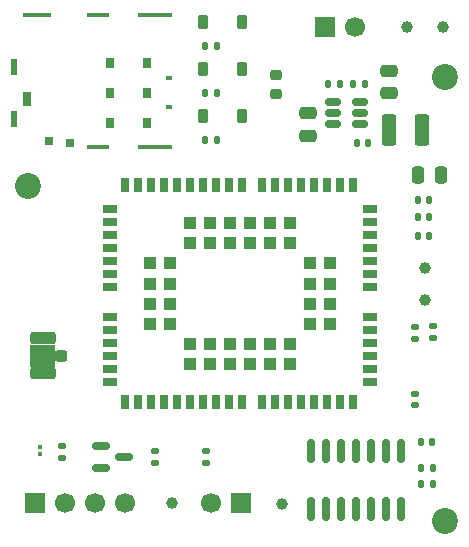
<source format=gbr>
%TF.GenerationSoftware,KiCad,Pcbnew,9.0.6*%
%TF.CreationDate,2025-12-31T00:22:08+05:30*%
%TF.ProjectId,c16qs-carrier-board,63313671-732d-4636-9172-726965722d62,rev?*%
%TF.SameCoordinates,Original*%
%TF.FileFunction,Soldermask,Top*%
%TF.FilePolarity,Negative*%
%FSLAX46Y46*%
G04 Gerber Fmt 4.6, Leading zero omitted, Abs format (unit mm)*
G04 Created by KiCad (PCBNEW 9.0.6) date 2025-12-31 00:22:08*
%MOMM*%
%LPD*%
G01*
G04 APERTURE LIST*
G04 Aperture macros list*
%AMRoundRect*
0 Rectangle with rounded corners*
0 $1 Rounding radius*
0 $2 $3 $4 $5 $6 $7 $8 $9 X,Y pos of 4 corners*
0 Add a 4 corners polygon primitive as box body*
4,1,4,$2,$3,$4,$5,$6,$7,$8,$9,$2,$3,0*
0 Add four circle primitives for the rounded corners*
1,1,$1+$1,$2,$3*
1,1,$1+$1,$4,$5*
1,1,$1+$1,$6,$7*
1,1,$1+$1,$8,$9*
0 Add four rect primitives between the rounded corners*
20,1,$1+$1,$2,$3,$4,$5,0*
20,1,$1+$1,$4,$5,$6,$7,0*
20,1,$1+$1,$6,$7,$8,$9,0*
20,1,$1+$1,$8,$9,$2,$3,0*%
G04 Aperture macros list end*
%ADD10C,2.200000*%
%ADD11RoundRect,0.135000X-0.185000X0.135000X-0.185000X-0.135000X0.185000X-0.135000X0.185000X0.135000X0*%
%ADD12RoundRect,0.225000X-0.250000X0.225000X-0.250000X-0.225000X0.250000X-0.225000X0.250000X0.225000X0*%
%ADD13RoundRect,0.140000X-0.140000X-0.170000X0.140000X-0.170000X0.140000X0.170000X-0.140000X0.170000X0*%
%ADD14R,1.700000X1.700000*%
%ADD15C,1.700000*%
%ADD16RoundRect,0.250000X0.475000X-0.250000X0.475000X0.250000X-0.475000X0.250000X-0.475000X-0.250000X0*%
%ADD17RoundRect,0.135000X0.135000X0.185000X-0.135000X0.185000X-0.135000X-0.185000X0.135000X-0.185000X0*%
%ADD18RoundRect,0.150000X0.512500X0.150000X-0.512500X0.150000X-0.512500X-0.150000X0.512500X-0.150000X0*%
%ADD19RoundRect,0.135000X-0.135000X-0.185000X0.135000X-0.185000X0.135000X0.185000X-0.135000X0.185000X0*%
%ADD20RoundRect,0.250000X-0.375000X-1.075000X0.375000X-1.075000X0.375000X1.075000X-0.375000X1.075000X0*%
%ADD21RoundRect,0.150000X-0.587500X-0.150000X0.587500X-0.150000X0.587500X0.150000X-0.587500X0.150000X0*%
%ADD22RoundRect,0.250000X0.275000X0.250000X-0.275000X0.250000X-0.275000X-0.250000X0.275000X-0.250000X0*%
%ADD23RoundRect,0.250000X0.850000X0.275000X-0.850000X0.275000X-0.850000X-0.275000X0.850000X-0.275000X0*%
%ADD24RoundRect,0.225000X-0.225000X-0.375000X0.225000X-0.375000X0.225000X0.375000X-0.225000X0.375000X0*%
%ADD25C,1.000000*%
%ADD26RoundRect,0.150000X-0.150000X0.825000X-0.150000X-0.825000X0.150000X-0.825000X0.150000X0.825000X0*%
%ADD27RoundRect,0.140000X-0.170000X0.140000X-0.170000X-0.140000X0.170000X-0.140000X0.170000X0.140000X0*%
%ADD28RoundRect,0.100000X-0.100000X0.100000X-0.100000X-0.100000X0.100000X-0.100000X0.100000X0.100000X0*%
%ADD29R,0.700000X0.900000*%
%ADD30R,0.700000X0.700000*%
%ADD31R,0.650000X1.200000*%
%ADD32R,2.900000X0.450000*%
%ADD33R,1.900000X0.450000*%
%ADD34R,2.400000X0.450000*%
%ADD35R,0.500000X1.400000*%
%ADD36R,0.600000X0.300000*%
%ADD37R,0.700000X0.750000*%
%ADD38RoundRect,0.135000X0.185000X-0.135000X0.185000X0.135000X-0.185000X0.135000X-0.185000X-0.135000X0*%
%ADD39R,0.700000X1.150000*%
%ADD40R,1.150000X0.700000*%
%ADD41R,1.000000X1.000000*%
%ADD42RoundRect,0.250000X-0.250000X-0.475000X0.250000X-0.475000X0.250000X0.475000X-0.250000X0.475000X0*%
G04 APERTURE END LIST*
%TO.C,J_RF1*%
G36*
X114745000Y-84190000D02*
G01*
X112655000Y-84190000D01*
X112655000Y-82310000D01*
X114745000Y-82310000D01*
X114745000Y-84190000D01*
G37*
%TD*%
D10*
%TO.C,REF\u002A\u002A*%
X112500000Y-68850000D03*
%TD*%
D11*
%TO.C,R11*%
X123250000Y-91340000D03*
X123250000Y-92360000D03*
%TD*%
D12*
%TO.C,C10*%
X133500000Y-59525000D03*
X133500000Y-61075000D03*
%TD*%
D11*
%TO.C,R10*%
X115350000Y-90940000D03*
X115350000Y-91960000D03*
%TD*%
D13*
%TO.C,C6*%
X140320000Y-65250000D03*
X141280000Y-65250000D03*
%TD*%
D11*
%TO.C,R2*%
X146800000Y-80740000D03*
X146800000Y-81760000D03*
%TD*%
D13*
%TO.C,C9*%
X145770000Y-90550000D03*
X146730000Y-90550000D03*
%TD*%
D14*
%TO.C,J1*%
X137625000Y-55400000D03*
D15*
X140165000Y-55400000D03*
%TD*%
D14*
%TO.C,J2*%
X130550000Y-95700000D03*
D15*
X128010000Y-95700000D03*
%TD*%
D16*
%TO.C,C7*%
X143050000Y-61050000D03*
X143050000Y-59150000D03*
%TD*%
D17*
%TO.C,R4*%
X138910000Y-60250000D03*
X137890000Y-60250000D03*
%TD*%
D10*
%TO.C,REF\u002A\u002A*%
X147800000Y-97250000D03*
%TD*%
D13*
%TO.C,C4*%
X145520000Y-73100000D03*
X146480000Y-73100000D03*
%TD*%
D18*
%TO.C,U3*%
X140587500Y-63650000D03*
X140587500Y-62700000D03*
X140587500Y-61750000D03*
X138312500Y-61750000D03*
X138312500Y-62700000D03*
X138312500Y-63650000D03*
%TD*%
D19*
%TO.C,R5*%
X145740000Y-94150000D03*
X146760000Y-94150000D03*
%TD*%
D11*
%TO.C,R1*%
X145250000Y-80790000D03*
X145250000Y-81810000D03*
%TD*%
D20*
%TO.C,L1*%
X143050000Y-64150000D03*
X145850000Y-64150000D03*
%TD*%
D21*
%TO.C,Q1*%
X118712500Y-90900000D03*
X118712500Y-92800000D03*
X120587500Y-91850000D03*
%TD*%
D19*
%TO.C,R9*%
X127490000Y-65000000D03*
X128510000Y-65000000D03*
%TD*%
%TO.C,R7*%
X127490000Y-57000000D03*
X128510000Y-57000000D03*
%TD*%
D16*
%TO.C,C5*%
X136200000Y-64650000D03*
X136200000Y-62750000D03*
%TD*%
D13*
%TO.C,C2*%
X145520000Y-70050000D03*
X146480000Y-70050000D03*
%TD*%
D22*
%TO.C,J_RF1*%
X115280000Y-83250000D03*
D23*
X113755000Y-84725000D03*
X113755000Y-81775000D03*
%TD*%
D24*
%TO.C,D3*%
X127350000Y-63000000D03*
X130650000Y-63000000D03*
%TD*%
D25*
%TO.C,TP2*%
X134000000Y-95800000D03*
%TD*%
D26*
%TO.C,U_UART_LS1*%
X144090000Y-91300000D03*
X142820000Y-91300000D03*
X141550000Y-91300000D03*
X140280000Y-91300000D03*
X139010000Y-91300000D03*
X137740000Y-91300000D03*
X136470000Y-91300000D03*
X136470000Y-96250000D03*
X137740000Y-96250000D03*
X139010000Y-96250000D03*
X140280000Y-96250000D03*
X141550000Y-96250000D03*
X142820000Y-96250000D03*
X144090000Y-96250000D03*
%TD*%
D10*
%TO.C,REF\u002A\u002A*%
X147800000Y-59700000D03*
%TD*%
D19*
%TO.C,R6*%
X145740000Y-92750000D03*
X146760000Y-92750000D03*
%TD*%
D27*
%TO.C,C8*%
X145250000Y-86470000D03*
X145250000Y-87430000D03*
%TD*%
D17*
%TO.C,R3*%
X141060000Y-60250000D03*
X140040000Y-60250000D03*
%TD*%
D13*
%TO.C,C3*%
X145520000Y-71550000D03*
X146480000Y-71550000D03*
%TD*%
D25*
%TO.C,TP4*%
X147650000Y-55450000D03*
%TD*%
D19*
%TO.C,R8*%
X127490000Y-61000000D03*
X128510000Y-61000000D03*
%TD*%
D28*
%TO.C,D2*%
X113500000Y-90980000D03*
X113500000Y-91620000D03*
%TD*%
D24*
%TO.C,D1*%
X127350000Y-55000000D03*
X130650000Y-55000000D03*
%TD*%
D25*
%TO.C,TP6*%
X146150000Y-75800000D03*
%TD*%
D29*
%TO.C,J_SIM1*%
X122575000Y-58440000D03*
X122575000Y-60980000D03*
X122575000Y-63520000D03*
X119405000Y-58440000D03*
X119405000Y-60980000D03*
X119405000Y-63520000D03*
D30*
X116075000Y-65250000D03*
D31*
X112400000Y-61530000D03*
D32*
X123275000Y-54425000D03*
D33*
X118425000Y-54425000D03*
D34*
X113275000Y-54425000D03*
D35*
X111325000Y-58780000D03*
D36*
X124425000Y-59760000D03*
X124425000Y-62200000D03*
D35*
X111325000Y-63200000D03*
D37*
X114275000Y-65075000D03*
D32*
X123275000Y-65575000D03*
D33*
X118425000Y-65575000D03*
%TD*%
D38*
%TO.C,R12*%
X127550000Y-92360000D03*
X127550000Y-91340000D03*
%TD*%
D24*
%TO.C,D4*%
X127350000Y-59000000D03*
X130650000Y-59000000D03*
%TD*%
D25*
%TO.C,TP5*%
X146100000Y-78500000D03*
%TD*%
%TO.C,TP3*%
X144550000Y-55450000D03*
%TD*%
D39*
%TO.C,U1*%
X120750000Y-87180000D03*
X121850000Y-87180000D03*
X122950000Y-87180000D03*
X124050000Y-87180000D03*
X125150000Y-87180000D03*
X126250000Y-87180000D03*
X127350000Y-87180000D03*
X128450000Y-87180000D03*
X129550000Y-87180000D03*
X130650000Y-87180000D03*
X132350000Y-87180000D03*
X133450000Y-87180000D03*
X134550000Y-87180000D03*
X135650000Y-87180000D03*
X136750000Y-87180000D03*
X137850000Y-87180000D03*
X138950000Y-87180000D03*
X140050000Y-87180000D03*
D40*
X141480000Y-85450000D03*
X141480000Y-84350000D03*
X141480000Y-83250000D03*
X141480000Y-82150000D03*
X141480000Y-81050000D03*
X141480000Y-79950000D03*
X141480000Y-77450000D03*
X141480000Y-76350000D03*
X141480000Y-75250000D03*
X141480000Y-74150000D03*
X141480000Y-73050000D03*
X141480000Y-71950000D03*
X141480000Y-70850000D03*
D39*
X140050000Y-68820000D03*
X138950000Y-68820000D03*
X137850000Y-68820000D03*
X136750000Y-68820000D03*
X135650000Y-68820000D03*
X134550000Y-68820000D03*
X133450000Y-68820000D03*
X132350000Y-68820000D03*
X130650000Y-68820000D03*
X129550000Y-68820000D03*
X128450000Y-68820000D03*
X127350000Y-68820000D03*
X126250000Y-68820000D03*
X125150000Y-68820000D03*
X124050000Y-68820000D03*
X122950000Y-68820000D03*
X121850000Y-68820000D03*
X120750000Y-68820000D03*
D40*
X119420000Y-70850000D03*
X119420000Y-71950000D03*
X119420000Y-73050000D03*
X119420000Y-74150000D03*
X119420000Y-75250000D03*
X119420000Y-76350000D03*
X119420000Y-77450000D03*
X119420000Y-79950000D03*
X119420000Y-81050000D03*
X119420000Y-82150000D03*
X119420000Y-83250000D03*
X119420000Y-84350000D03*
X119420000Y-85450000D03*
D41*
X126200000Y-83950000D03*
X127900000Y-83950000D03*
X129600000Y-83950000D03*
X131300000Y-83950000D03*
X133000000Y-83950000D03*
X134700000Y-83950000D03*
X138100000Y-80550000D03*
X138100000Y-78850000D03*
X138100000Y-77150000D03*
X138100000Y-75450000D03*
X134700000Y-72050000D03*
X133000000Y-72050000D03*
X131300000Y-72050000D03*
X129600000Y-72050000D03*
X127900000Y-72050000D03*
X126200000Y-72050000D03*
X122800000Y-75450000D03*
X122800000Y-77150000D03*
X122800000Y-78850000D03*
X122800000Y-80550000D03*
X126200000Y-82250000D03*
X127900000Y-82250000D03*
X129600000Y-82250000D03*
X131300000Y-82250000D03*
X133000000Y-82250000D03*
X134700000Y-82250000D03*
X136400000Y-80550000D03*
X136400000Y-78850000D03*
X136400000Y-77150000D03*
X136400000Y-75450000D03*
X134700000Y-73750000D03*
X133000000Y-73750000D03*
X131300000Y-73750000D03*
X129600000Y-73750000D03*
X127900000Y-73750000D03*
X126200000Y-73750000D03*
X124500000Y-75450000D03*
X124500000Y-77150000D03*
X124500000Y-78850000D03*
X124500000Y-80550000D03*
%TD*%
D14*
%TO.C,J_UART1*%
X113080000Y-95700000D03*
D15*
X115620000Y-95700000D03*
X118160000Y-95700000D03*
X120700000Y-95700000D03*
%TD*%
D42*
%TO.C,C1*%
X145550000Y-68000000D03*
X147450000Y-68000000D03*
%TD*%
D25*
%TO.C,TP1*%
X124700000Y-95700000D03*
%TD*%
M02*

</source>
